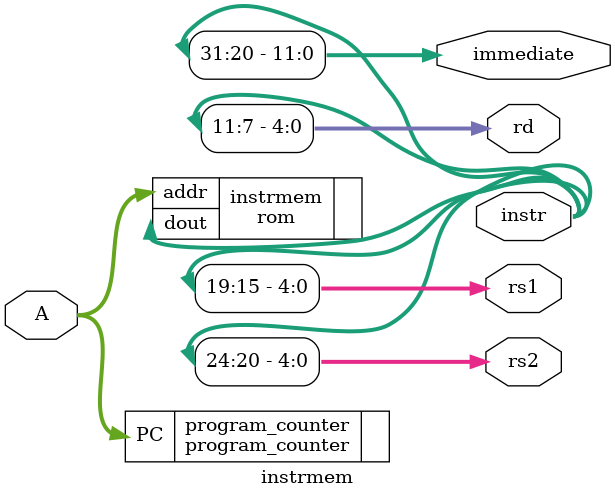
<source format=sv>
module instrmem #(
    parameter ADDR_WIDTH = 16,
              DATA_WIDTH = 32
)(
    input  logic[ADDR_WIDTH-1:0] A,
    output logic[DATA_WIDTH-1:0] instr,
    output logic[4:0] rs2,
    output logic[4:0] rs1,
    output logic[4:0] rd,
    output logic[11:0] immediate
);

program_counter program_counter (
    .PC(A)
);

rom instrmem(
    .addr(A),
    .dout(instr)
);

assign rs2 = instr[24:20];
assign rs1 = instr[19:15];
assign rd = instr[11:7];
assign immediate = instr[31:20];


endmodule 

</source>
